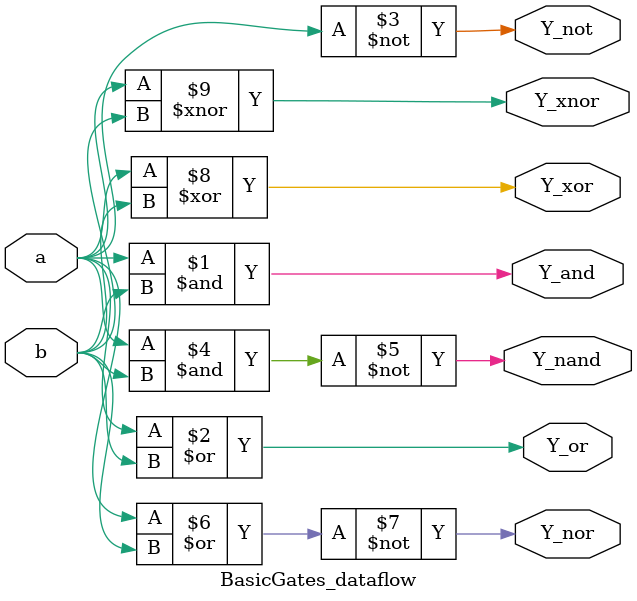
<source format=v>
module BasicGates_dataflow(a,b,Y_and,Y_or,Y_not,Y_nand,Y_nor,Y_xor,Y_xnor);
  input a,b;
  output Y_and,Y_or,Y_not,Y_nand,Y_nor,Y_xor,Y_xnor;
  assign Y_and = a&b;
  assign Y_or = a|b;
  assign Y_not = ~a;
  assign Y_nand = ~(a&b);
  assign Y_nor = ~(a|b);
  assign Y_xor = a^b;
  assign Y_xnor = a^~b;
endmodule

</source>
